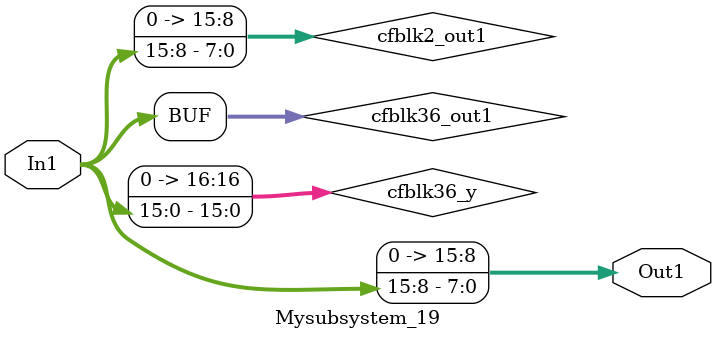
<source format=v>



`timescale 1 ns / 1 ns

module Mysubsystem_19
          (In1,
           Out1);


  input   [15:0] In1;  // ufix16_En7
  output  [15:0] Out1;  // ufix16_En7


  wire [16:0] cfblk36_y;  // ufix17_En7
  wire [15:0] cfblk36_out1;  // ufix16_En7
  wire [15:0] cfblk2_out1;  // ufix16_En7


  assign cfblk36_y = {1'b0, In1};
  assign cfblk36_out1 = cfblk36_y[15:0];



  assign cfblk2_out1 = cfblk36_out1 >>> 8'd8;



  assign Out1 = cfblk2_out1;

endmodule  // Mysubsystem_19


</source>
